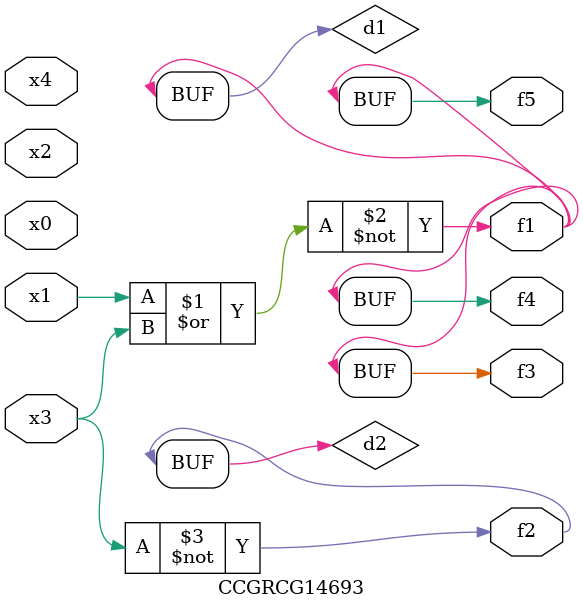
<source format=v>
module CCGRCG14693(
	input x0, x1, x2, x3, x4,
	output f1, f2, f3, f4, f5
);

	wire d1, d2;

	nor (d1, x1, x3);
	not (d2, x3);
	assign f1 = d1;
	assign f2 = d2;
	assign f3 = d1;
	assign f4 = d1;
	assign f5 = d1;
endmodule

</source>
